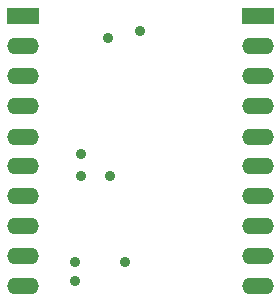
<source format=gbs>
G04*
G04 #@! TF.GenerationSoftware,Altium Limited,Altium Designer,20.0.14 (345)*
G04*
G04 Layer_Color=16711935*
%FSLAX25Y25*%
%MOIN*%
G70*
G01*
G75*
%ADD20O,0.10642X0.05524*%
%ADD21R,0.10642X0.05524*%
%ADD22C,0.03556*%
D20*
X473322Y224500D02*
D03*
Y234500D02*
D03*
Y244500D02*
D03*
Y254500D02*
D03*
Y264500D02*
D03*
Y274000D02*
D03*
Y284500D02*
D03*
Y294500D02*
D03*
Y304500D02*
D03*
X395000Y224500D02*
D03*
Y234500D02*
D03*
Y244500D02*
D03*
Y254500D02*
D03*
Y264500D02*
D03*
Y274000D02*
D03*
Y284500D02*
D03*
Y294500D02*
D03*
Y304500D02*
D03*
D21*
X473322Y314500D02*
D03*
X395000D02*
D03*
D22*
X423500Y307000D02*
D03*
X434000Y309500D02*
D03*
X429000Y232500D02*
D03*
X412500Y226000D02*
D03*
Y232500D02*
D03*
X414500Y261000D02*
D03*
X424000D02*
D03*
X414500Y268500D02*
D03*
M02*

</source>
